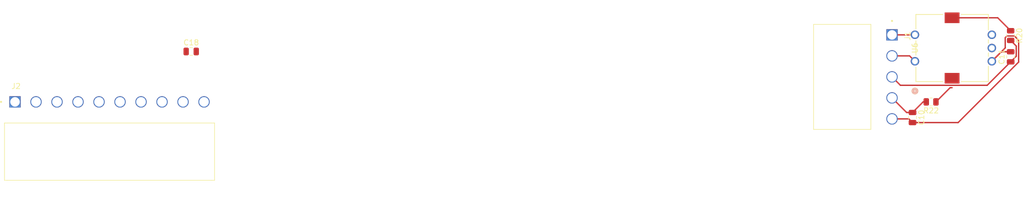
<source format=kicad_pcb>
(kicad_pcb (version 20240108) (generator "pcbnew") (generator_version "8.0")
  (layers (0 "F.Cu" signal) (31 "B.Cu" signal) (34 "B.Paste" user) (35 "F.Paste" user) (36 "B.SilkS" user "B.Silkscreen") (37 "F.SilkS" user "F.Silkscreen") (38 "B.Mask" user) (39 "F.Mask" user) (44 "Edge.Cuts" user))
  (net 0 "")
  (net 1 "DIAL_CHANNEL_A")
  (net 2 "DIAL_CHANNEL_B")
  (net 3 "+5V")
  (net 4 "DIAL_BUTTON")
  (net 5 "7-SEG_SER")
  (net 6 "7-SEG_OEb")
  (net 7 "7-SEG_SRCLK")
  (net 8 "7-SEG_A0")
  (net 9 "7-SEG_RCLK")
  (net 10 "7-SEG_Gb")
  (net 11 "+3V3")
  (net 12 "7-SEG_A1")
  (net 13 "Net-(U6-B)")
  (net 14 "Net-(U6-A)")
  (footprint "footprints:TE_640387-5" (layer "F.Cu") (at 213.13 21.8675 -90)
    (property "Reference" "J1" (at 0.195 -2.95 90) (layer "F.SilkS"))
    (property "Value" "640387-5")
    (fp_line (start -1.98 14.783) (end -1.98 3.99) (stroke (width 0.127)) (layer "F.SilkS"))
    (fp_line (start 17.82 14.783) (end -1.98 14.783) (stroke (width 0.127)) (layer "F.SilkS"))
    (fp_line (start 17.82 3.99) (end 17.82 14.783) (stroke (width 0.127)) (layer "F.SilkS"))
    (fp_line (start 17.82 3.99) (end -1.98 3.99) (stroke (width 0.127)) (layer "F.SilkS"))
    (fp_circle (center -2.63 0) (end -2.53 0) (stroke (width 0.2)) (fill none) (layer "F.SilkS"))
    (pad "1" thru_hole rect (at 0 0 270) (size 2.13 2.13) (drill 1.78) (layers "*.Cu" "*.Mask") (net 3 "+5V"))
    (pad "2" thru_hole circle (at 3.96 0 270) (size 2.13 2.13) (drill 1.78) (layers "*.Cu" "*.Mask") (net 4 "DIAL_BUTTON"))
    (pad "3" thru_hole circle (at 7.92 0 270) (size 2.13 2.13) (drill 1.78) (layers "*.Cu" "*.Mask") (net 2 "DIAL_CHANNEL_B"))
    (pad "4" thru_hole circle (at 11.88 0 270) (size 2.13 2.13) (drill 1.78) (layers "*.Cu" "*.Mask") (net 1 "DIAL_CHANNEL_A"))
    (pad "5" thru_hole circle (at 15.84 0 270) (size 2.13 2.13) (drill 1.78) (layers "*.Cu" "*.Mask") (net 11 "+3V3"))
  )
  (footprint "Capacitor_SMD:C_0805_2012Metric" (layer "F.Cu") (at 217 37.45 -90)
    (property "Reference" "C10" (at 0 -1.68 90) (layer "F.SilkS"))
    (property "Value" "0.01u")
    (fp_line (start -0.261252 0.735) (end 0.261252 0.735) (stroke (width 0.12)) (layer "F.SilkS"))
    (fp_line (start -0.261252 -0.735) (end 0.261252 -0.735) (stroke (width 0.12)) (layer "F.SilkS"))
    (pad "1" smd roundrect (at -0.95 0 270) (size 1 1.45) (layers "F.Cu" "F.Paste" "F.Mask") (net 1 "DIAL_CHANNEL_A"))
    (pad "2" smd roundrect (at 0.95 0 270) (size 1 1.45) (layers "F.Cu" "F.Paste" "F.Mask") (net 11 "+3V3"))
  )
  (footprint "footprints:TE_1-640387-0" (layer "F.Cu") (at 47.78 34.5)
    (property "Reference" "J2" (at 0.195 -2.95 0) (layer "F.SilkS"))
    (property "Value" "1-640387-0")
    (fp_line (start -1.98 14.783) (end -1.98 3.99) (stroke (width 0.127)) (layer "F.SilkS"))
    (fp_line (start 37.62 3.99) (end -1.98 3.99) (stroke (width 0.127)) (layer "F.SilkS"))
    (fp_line (start 37.62 3.99) (end 37.62 14.783) (stroke (width 0.127)) (layer "F.SilkS"))
    (fp_line (start 37.62 14.783) (end -1.98 14.783) (stroke (width 0.127)) (layer "F.SilkS"))
    (fp_circle (center -2.63 0) (end -2.53 0) (stroke (width 0.2)) (fill none) (layer "F.SilkS"))
    (pad "1" thru_hole rect (at 0 0) (size 2.13 2.13) (drill 1.78) (layers "*.Cu" "*.Mask") (net 3 "+5V"))
    (pad "2" thru_hole circle (at 3.96 0) (size 2.13 2.13) (drill 1.78) (layers "*.Cu" "*.Mask") (net 11 "+3V3"))
    (pad "3" thru_hole circle (at 7.92 0) (size 2.13 2.13) (drill 1.78) (layers "*.Cu" "*.Mask") (net 7 "7-SEG_SRCLK"))
    (pad "4" thru_hole circle (at 11.88 0) (size 2.13 2.13) (drill 1.78) (layers "*.Cu" "*.Mask") (net 9 "7-SEG_RCLK"))
    (pad "5" thru_hole circle (at 15.84 0) (size 2.13 2.13) (drill 1.78) (layers "*.Cu" "*.Mask") (net 6 "7-SEG_OEb"))
    (pad "6" thru_hole circle (at 19.8 0) (size 2.13 2.13) (drill 1.78) (layers "*.Cu" "*.Mask") (net 5 "7-SEG_SER"))
    (pad "7" thru_hole circle (at 23.76 0) (size 2.13 2.13) (drill 1.78) (layers "*.Cu" "*.Mask") (net 8 "7-SEG_A0"))
    (pad "8" thru_hole circle (at 27.72 0) (size 2.13 2.13) (drill 1.78) (layers "*.Cu" "*.Mask") (net 12 "7-SEG_A1"))
    (pad "9" thru_hole circle (at 31.68 0) (size 2.13 2.13) (drill 1.78) (layers "*.Cu" "*.Mask") (net 10 "7-SEG_Gb"))
    (pad "10" thru_hole circle (at 35.64 0) (size 2.13 2.13) (drill 1.78) (layers "*.Cu" "*.Mask") (net 11 "+3V3"))
  )
  (footprint "Capacitor_SMD:C_0805_2012Metric" (layer "F.Cu") (at 81 25)
    (property "Reference" "C18" (at 0 -1.68 0) (layer "F.SilkS"))
    (property "Value" "0.1uF")
    (fp_line (start -0.261252 -0.735) (end 0.261252 -0.735) (stroke (width 0.12)) (layer "F.SilkS"))
    (fp_line (start -0.261252 0.735) (end 0.261252 0.735) (stroke (width 0.12)) (layer "F.SilkS"))
    (pad "1" smd roundrect (at -0.95 0) (size 1 1.45) (layers "F.Cu" "F.Paste" "F.Mask") (net 3 "+5V"))
    (pad "2" smd roundrect (at 0.95 0) (size 1 1.45) (layers "F.Cu" "F.Paste" "F.Mask") (net 11 "+3V3"))
  )
  (footprint "Capacitor_SMD:C_0805_2012Metric" (layer "F.Cu") (at 235.5 26 90)
    (property "Reference" "C11" (at 0 -1.68 90) (layer "F.SilkS"))
    (property "Value" "0.01u")
    (fp_line (start -0.261252 -0.735) (end 0.261252 -0.735) (stroke (width 0.12)) (layer "F.SilkS"))
    (fp_line (start -0.261252 0.735) (end 0.261252 0.735) (stroke (width 0.12)) (layer "F.SilkS"))
    (pad "1" smd roundrect (at -0.95 0 90) (size 1 1.45) (layers "F.Cu" "F.Paste" "F.Mask") (net 2 "DIAL_CHANNEL_B"))
    (pad "2" smd roundrect (at 0.95 0 90) (size 1 1.45) (layers "F.Cu" "F.Paste" "F.Mask") (net 11 "+3V3"))
  )
  (footprint "Resistor_SMD:R_0805_2012Metric" (layer "F.Cu") (at 235.5 22 -90)
    (property "Reference" "R20" (at 0 -1.65 90) (layer "F.SilkS"))
    (property "Value" "10k")
    (fp_line (start -0.227064 0.735) (end 0.227064 0.735) (stroke (width 0.12)) (layer "F.SilkS"))
    (fp_line (start -0.227064 -0.735) (end 0.227064 -0.735) (stroke (width 0.12)) (layer "F.SilkS"))
    (pad "1" smd roundrect (at -0.9125 0 270) (size 1.025 1.4) (layers "F.Cu" "F.Paste" "F.Mask") (roundrect_rratio 0.243902) (net 13 "Net-(U6-B)"))
    (pad "2" smd roundrect (at 0.9125 0 270) (size 1.025 1.4) (layers "F.Cu" "F.Paste" "F.Mask") (roundrect_rratio 0.243902) (net 2 "DIAL_CHANNEL_B"))
  )
  (footprint "Rotary_Encoder:SW_PEC11R-4XXXK-SXXXX_BRN" (layer "F.Cu") (at 217.454851 26.844801 90)
    (property "Reference" "U6" (at 2.5 0 90) (layer "F.SilkS"))
    (property "Value" "PEC11R-4215K-S0024")
    (fp_circle (center -5.6026 0) (end -5.2216 0) (stroke (width 0.508)) (fill none) (layer "B.SilkS"))
    (fp_line (start 8.8246 0.173) (end 6.119553 0.173) (stroke (width 0.1524)) (layer "F.SilkS"))
    (fp_line (start 3.880448 0.173) (end 1.119552 0.173) (stroke (width 0.1524)) (layer "F.SilkS"))
    (fp_line (start -1.119552 0.173) (end -3.8246 0.173) (stroke (width 0.1524)) (layer "F.SilkS"))
    (fp_line (start -3.8246 0.173) (end -3.8246 5.270259) (stroke (width 0.1524)) (layer "F.SilkS"))
    (fp_line (start 8.8246 5.270259) (end 8.8246 0.173) (stroke (width 0.1524)) (layer "F.SilkS"))
    (fp_line (start -3.8246 8.729739) (end -3.8246 13.838199) (stroke (width 0.1524)) (layer "F.SilkS"))
    (fp_line (start 8.8246 13.838199) (end 8.8246 8.729739) (stroke (width 0.1524)) (layer "F.SilkS"))
    (fp_line (start 5.919428 13.838199) (end 8.8246 13.838199) (stroke (width 0.1524)) (layer "F.SilkS"))
    (fp_line (start 3.419428 13.838199) (end 4.080573 13.838199) (stroke (width 0.1524)) (layer "F.SilkS"))
    (fp_line (start 0.919428 13.838199) (end 1.580573 13.838199) (stroke (width 0.1524)) (layer "F.SilkS"))
    (fp_line (start -3.8246 13.838199) (end -0.919427 13.838199) (stroke (width 0.1524)) (layer "F.SilkS"))
    (fp_circle (center -5.6026 0) (end -5.2216 0) (stroke (width 0.508)) (fill none) (layer "F.SilkS"))
    (pad "1" thru_hole circle (at 0 0 90) (size 1.6002 1.6002) (drill 1.0922) (layers "*.Cu" "*.Mask") (net 4 "DIAL_BUTTON"))
    (pad "2" thru_hole circle (at 5 0 90) (size 1.6002 1.6002) (drill 1.0922) (layers "*.Cu" "*.Mask") (net 3 "+5V"))
    (pad "3" smd rect (at -3.200001 6.999999 180) (size 2.794 2.0066) (layers "F.Cu" "F.Paste" "F.Mask") (net 14 "Net-(U6-A)"))
    (pad "4" smd rect (at 8.200001 6.999999 180) (size 2.794 2.0066) (layers "F.Cu" "F.Paste" "F.Mask") (net 13 "Net-(U6-B)"))
    (pad "5" thru_hole circle (at 0 14.499999 180) (size 1.6002 1.6002) (drill 1.0922) (layers "*.Cu" "*.Mask") (net 11 "+3V3"))
    (pad "6" thru_hole circle (at 2.5 14.499999 180) (size 1.6002 1.6002) (drill 1.0922) (layers "*.Cu" "*.Mask"))
    (pad "7" thru_hole circle (at 5 14.499999 180) (size 1.6002 1.6002) (drill 1.0922) (layers "*.Cu" "*.Mask"))
  )
  (footprint "Resistor_SMD:R_0805_2012Metric" (layer "F.Cu") (at 220.5 34.5 180)
    (property "Reference" "R22" (at 0 -1.65 360) (layer "F.SilkS"))
    (property "Value" "10k")
    (fp_line (start -0.227064 0.735) (end 0.227064 0.735) (stroke (width 0.12)) (layer "F.SilkS"))
    (fp_line (start -0.227064 -0.735) (end 0.227064 -0.735) (stroke (width 0.12)) (layer "F.SilkS"))
    (pad "1" smd roundrect (at -0.9125 0 180) (size 1.025 1.4) (layers "F.Cu" "F.Paste" "F.Mask") (roundrect_rratio 0.243902) (net 14 "Net-(U6-A)"))
    (pad "2" smd roundrect (at 0.9125 0 180) (size 1.025 1.4) (layers "F.Cu" "F.Paste" "F.Mask") (roundrect_rratio 0.243902) (net 1 "DIAL_CHANNEL_A"))
  )
  (segment (start 219.5875 34.5) (end 219 34.5) (width 0.25) (layer "F.Cu") (net 1))
  (segment (start 213.13 33.7475) (end 215.8825 36.5) (width 0.25) (layer "F.Cu") (net 1))
  (segment (start 219 34.5) (end 217 36.5) (width 0.25) (layer "F.Cu") (net 1))
  (segment (start 215.8825 36.5) (end 217 36.5) (width 0.25) (layer "F.Cu") (net 1))
  (segment (start 236.55 25.9) (end 235.5 26.95) (width 0.25) (layer "F.Cu") (net 2))
  (segment (start 235.5 22.9125) (end 236.55 23.9625) (width 0.25) (layer "F.Cu") (net 2))
  (segment (start 236.55 23.9625) (end 236.55 25.9) (width 0.25) (layer "F.Cu") (net 2))
  (segment (start 214.715602 31.373102) (end 231.076898 31.373102) (width 0.25) (layer "F.Cu") (net 2))
  (segment (start 231.076898 31.373102) (end 235.5 26.95) (width 0.25) (layer "F.Cu") (net 2))
  (segment (start 213.13 29.7875) (end 214.715602 31.373102) (width 0.25) (layer "F.Cu") (net 2))
  (segment (start 213.13 21.8675) (end 217.432152 21.8675) (width 0.25) (layer "F.Cu") (net 3))
  (segment (start 217.432152 21.8675) (end 217.454851 21.844801) (width 0.25) (layer "F.Cu") (net 3))
  (segment (start 216.43755 25.8275) (end 217.454851 26.844801) (width 0.25) (layer "F.Cu") (net 4))
  (segment (start 213.13 25.8275) (end 216.43755 25.8275) (width 0.25) (layer "F.Cu") (net 4))
  (segment (start 234.8049 22.075) (end 236.1951 22.075) (width 0.25) (layer "F.Cu") (net 11))
  (segment (start 231.95485 26.844801) (end 234.475 24.324651) (width 0.25) (layer "F.Cu") (net 11))
  (segment (start 234.475 24.324651) (end 234.475 22.4049) (width 0.25) (layer "F.Cu") (net 11))
  (segment (start 237 22.8799) (end 237 26.9951) (width 0.25) (layer "F.Cu") (net 11))
  (segment (start 234.475 22.4049) (end 234.8049 22.075) (width 0.25) (layer "F.Cu") (net 11))
  (segment (start 213.13 37.7075) (end 216.3075 37.7075) (width 0.25) (layer "F.Cu") (net 11))
  (segment (start 233.749651 25.05) (end 235.5 25.05) (width 0.25) (layer "F.Cu") (net 11))
  (segment (start 225.5951 38.4) (end 217 38.4) (width 0.25) (layer "F.Cu") (net 11))
  (segment (start 231.95485 26.844801) (end 233.749651 25.05) (width 0.25) (layer "F.Cu") (net 11))
  (segment (start 236.1951 22.075) (end 237 22.8799) (width 0.25) (layer "F.Cu") (net 11))
  (segment (start 216.3075 37.7075) (end 217 38.4) (width 0.25) (layer "F.Cu") (net 11))
  (segment (start 237 26.9951) (end 225.5951 38.4) (width 0.25) (layer "F.Cu") (net 11))
  (segment (start 233.0573 18.6448) (end 224.45485 18.6448) (width 0.25) (layer "F.Cu") (net 13))
  (segment (start 235.5 21.0875) (end 233.0573 18.6448) (width 0.25) (layer "F.Cu") (net 13))
  (segment (start 224.089398 31.823102) (end 224.45485 31.823102) (width 0.25) (layer "F.Cu") (net 14))
  (segment (start 221.4125 34.5) (end 224.089398 31.823102) (width 0.25) (layer "F.Cu") (net 14))
)
</source>
